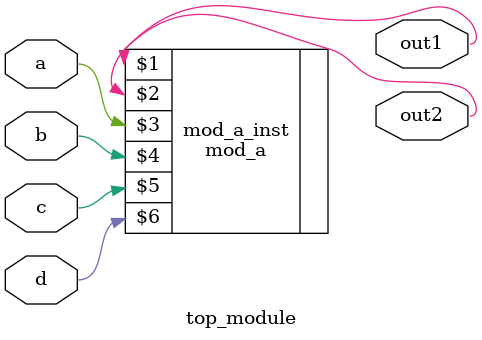
<source format=v>

module top_module ( 
    input a, 
    input b, 
    input c,
    input d,
    output out1,
    output out2
);
mod_a mod_a_inst
    ( out1,
      out2, 
     
     a,
     b,
     c,
     d
    );
    
    
endmodule

</source>
